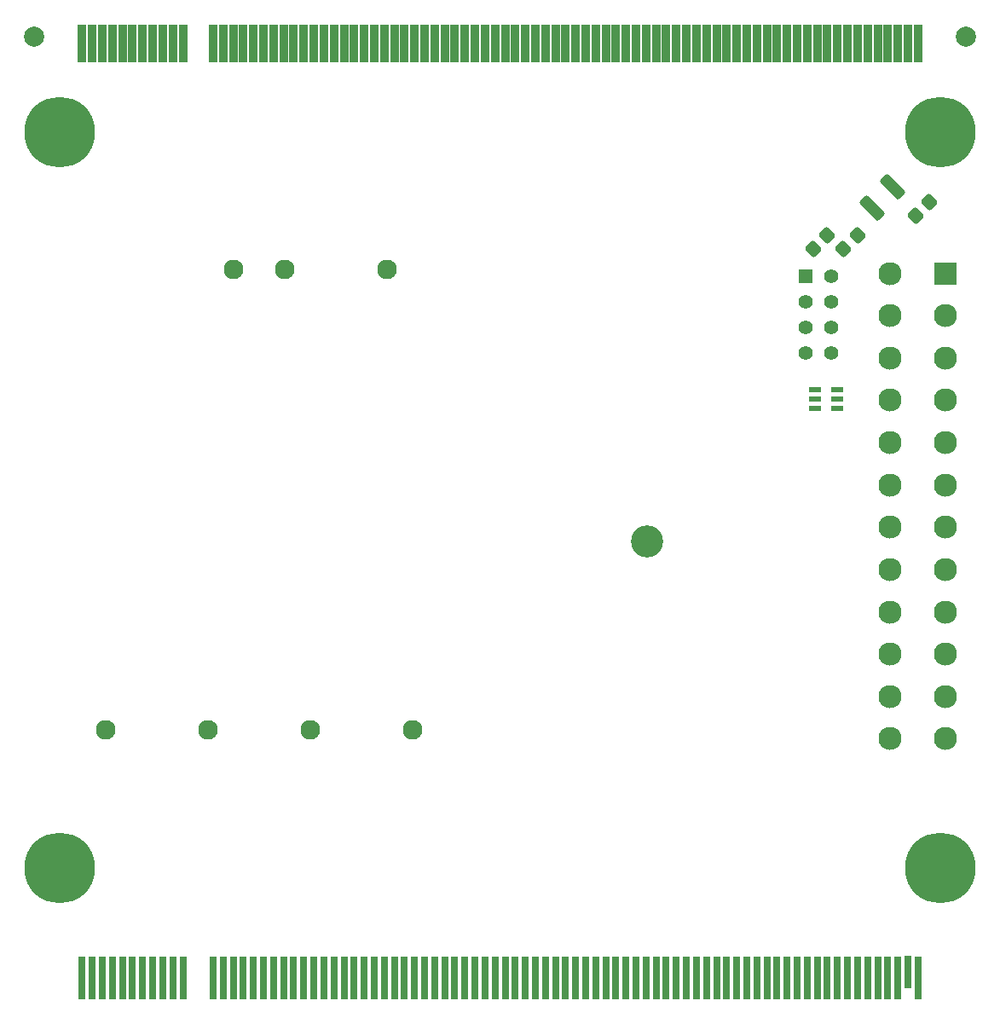
<source format=gbr>
%TF.GenerationSoftware,KiCad,Pcbnew,8.0.5*%
%TF.CreationDate,2024-10-29T15:45:57-04:00*%
%TF.ProjectId,Controller,436f6e74-726f-46c6-9c65-722e6b696361,rev?*%
%TF.SameCoordinates,Original*%
%TF.FileFunction,Soldermask,Top*%
%TF.FilePolarity,Negative*%
%FSLAX46Y46*%
G04 Gerber Fmt 4.6, Leading zero omitted, Abs format (unit mm)*
G04 Created by KiCad (PCBNEW 8.0.5) date 2024-10-29 15:45:57*
%MOMM*%
%LPD*%
G01*
G04 APERTURE LIST*
G04 Aperture macros list*
%AMRoundRect*
0 Rectangle with rounded corners*
0 $1 Rounding radius*
0 $2 $3 $4 $5 $6 $7 $8 $9 X,Y pos of 4 corners*
0 Add a 4 corners polygon primitive as box body*
4,1,4,$2,$3,$4,$5,$6,$7,$8,$9,$2,$3,0*
0 Add four circle primitives for the rounded corners*
1,1,$1+$1,$2,$3*
1,1,$1+$1,$4,$5*
1,1,$1+$1,$6,$7*
1,1,$1+$1,$8,$9*
0 Add four rect primitives between the rounded corners*
20,1,$1+$1,$2,$3,$4,$5,0*
20,1,$1+$1,$4,$5,$6,$7,0*
20,1,$1+$1,$6,$7,$8,$9,0*
20,1,$1+$1,$8,$9,$2,$3,0*%
G04 Aperture macros list end*
%ADD10C,3.200000*%
%ADD11RoundRect,0.250000X-0.070711X0.565685X-0.565685X0.070711X0.070711X-0.565685X0.565685X-0.070711X0*%
%ADD12C,0.400000*%
%ADD13C,7.000000*%
%ADD14C,1.955800*%
%ADD15RoundRect,0.250000X-0.548008X1.007627X-1.007627X0.548008X0.548008X-1.007627X1.007627X-0.548008X0*%
%ADD16R,1.397000X1.397000*%
%ADD17C,1.397000*%
%ADD18RoundRect,0.250000X0.070711X-0.565685X0.565685X-0.070711X-0.070711X0.565685X-0.565685X0.070711X0*%
%ADD19R,2.300000X2.300000*%
%ADD20C,2.300000*%
%ADD21R,1.200000X0.600000*%
%ADD22R,0.700000X4.300000*%
%ADD23R,0.700000X3.200000*%
%ADD24C,2.000000*%
%ADD25RoundRect,0.102000X-0.350000X-1.800000X0.350000X-1.800000X0.350000X1.800000X-0.350000X1.800000X0*%
G04 APERTURE END LIST*
D10*
%TO.C,REF\u002A\u002A*%
X202805000Y-92900000D03*
%TD*%
D11*
%TO.C,R3*%
X223712107Y-62492893D03*
X222297893Y-63907107D03*
%TD*%
D12*
%TO.C,H5*%
X141749713Y-52267213D03*
X142549713Y-50317213D03*
X142549713Y-54217213D03*
X144499713Y-49517213D03*
D13*
X144499713Y-52267213D03*
D12*
X144499713Y-55017213D03*
X146449713Y-50317213D03*
X146449713Y-54217213D03*
X147249713Y-52267213D03*
%TD*%
D14*
%TO.C,U1*%
X177005000Y-65900000D03*
X166845000Y-65900000D03*
X161765000Y-65900000D03*
X149065000Y-111620000D03*
X159225000Y-111620000D03*
X169385000Y-111620000D03*
X179545000Y-111620000D03*
%TD*%
D12*
%TO.C,H6*%
X229199713Y-52267213D03*
X229999713Y-50317213D03*
X229999713Y-54217213D03*
X231949713Y-49517213D03*
D13*
X231949713Y-52267213D03*
D12*
X231949713Y-55017213D03*
X233899713Y-50317213D03*
X233899713Y-54217213D03*
X234699713Y-52267213D03*
%TD*%
%TO.C,H8*%
X229199713Y-125317213D03*
X229999713Y-123367213D03*
X229999713Y-127267213D03*
X231949713Y-122567213D03*
D13*
X231949713Y-125317213D03*
D12*
X231949713Y-128067213D03*
X233899713Y-123367213D03*
X233899713Y-127267213D03*
X234699713Y-125317213D03*
%TD*%
D15*
%TO.C,C6*%
X227222500Y-57725000D03*
X225136534Y-59810966D03*
%TD*%
D11*
%TO.C,R1*%
X220712107Y-62492893D03*
X219297893Y-63907107D03*
%TD*%
D16*
%TO.C,J6*%
X218605000Y-66600000D03*
D17*
X218605000Y-69140000D03*
X218605000Y-71680000D03*
X218605000Y-74220000D03*
X221145000Y-74220000D03*
X221145000Y-71680000D03*
X221145000Y-69140000D03*
X221145000Y-66600000D03*
%TD*%
D18*
%TO.C,R4*%
X229472500Y-60607107D03*
X230886714Y-59192893D03*
%TD*%
D19*
%TO.C,J5*%
X232472500Y-66304002D03*
D20*
X232472500Y-70504001D03*
X232472500Y-74704000D03*
X232472500Y-78904000D03*
X232472500Y-83103999D03*
X232472500Y-87303998D03*
X232472500Y-91503997D03*
X232472500Y-95703997D03*
X232472500Y-99903996D03*
X232472500Y-104103992D03*
X232472500Y-108303992D03*
X232472500Y-112503991D03*
X226972501Y-66304002D03*
X226972501Y-70504001D03*
X226972501Y-74704000D03*
X226972501Y-78904000D03*
X226972501Y-83103999D03*
X226972501Y-87303998D03*
X226972501Y-91503997D03*
X226972501Y-95703997D03*
X226972501Y-99903996D03*
X226972501Y-104103992D03*
X226972501Y-108303992D03*
X226972501Y-112503991D03*
%TD*%
D21*
%TO.C,U2*%
X219505000Y-77850000D03*
X219505000Y-78800000D03*
X219505000Y-79750000D03*
X221705000Y-79750000D03*
X221705000Y-78800000D03*
X221705000Y-77850000D03*
%TD*%
D22*
%TO.C,J1*%
X146724713Y-136267213D03*
X147724713Y-136267213D03*
X148724713Y-136267213D03*
X149724713Y-136267213D03*
X150724713Y-136267213D03*
X151724713Y-136267213D03*
X152724713Y-136267213D03*
X153724713Y-136267213D03*
X154724713Y-136267213D03*
X155724713Y-136267213D03*
X156724713Y-136267213D03*
X159724713Y-136267213D03*
X160724713Y-136267213D03*
X161724713Y-136267213D03*
X162724713Y-136267213D03*
X163724713Y-136267213D03*
X164724713Y-136267213D03*
X165724713Y-136267213D03*
X166724713Y-136267213D03*
X167724713Y-136267213D03*
X168724713Y-136267213D03*
X169724713Y-136267213D03*
X170724713Y-136267213D03*
X171724713Y-136267213D03*
X172724713Y-136267213D03*
X173724713Y-136267213D03*
X174724713Y-136267213D03*
X175724713Y-136267213D03*
X176724713Y-136267213D03*
X177724713Y-136267213D03*
X178724713Y-136267213D03*
X179724713Y-136267213D03*
X180724713Y-136267213D03*
X181724713Y-136267213D03*
X182724713Y-136267213D03*
X183724713Y-136267213D03*
X184724713Y-136267213D03*
X185724713Y-136267213D03*
X186724713Y-136267213D03*
X187724713Y-136267213D03*
X188724713Y-136267213D03*
X189724713Y-136267213D03*
X190724713Y-136267213D03*
X191724713Y-136267213D03*
X192724713Y-136267213D03*
X193724713Y-136267213D03*
X194724713Y-136267213D03*
X195724713Y-136267213D03*
X196724713Y-136267213D03*
X197724713Y-136267213D03*
X198724713Y-136267213D03*
X199724713Y-136267213D03*
X200724713Y-136267213D03*
X201724713Y-136267213D03*
X202724713Y-136267213D03*
X203724713Y-136267213D03*
X204724713Y-136267213D03*
X205724713Y-136267213D03*
X206724713Y-136267213D03*
X207724713Y-136267213D03*
X208724713Y-136267213D03*
X209724713Y-136267213D03*
X210724713Y-136267213D03*
X211724713Y-136267213D03*
X212724713Y-136267213D03*
X213724713Y-136267213D03*
X214724713Y-136267213D03*
X215724713Y-136267213D03*
X216724713Y-136267213D03*
X217724713Y-136267213D03*
X218724713Y-136267213D03*
X219724713Y-136267213D03*
X220724713Y-136267213D03*
X221724713Y-136267213D03*
X222724713Y-136267213D03*
X223724713Y-136267213D03*
X224724713Y-136267213D03*
X225724713Y-136267213D03*
X226724713Y-136267213D03*
X227724713Y-136267213D03*
D23*
X228724713Y-135717213D03*
D22*
X229724713Y-136267213D03*
%TD*%
D12*
%TO.C,H7*%
X142555169Y-127261757D03*
X141741997Y-125317213D03*
X144499713Y-128074929D03*
X142555169Y-123372669D03*
D13*
X144499713Y-125317213D03*
D12*
X146444257Y-127261757D03*
X144499713Y-122559497D03*
X147257429Y-125317213D03*
X146444257Y-123372669D03*
%TD*%
D24*
%TO.C,J2*%
X141925000Y-42760000D03*
X234525000Y-42760000D03*
D25*
X146725000Y-43450000D03*
X147725000Y-43450000D03*
X148725000Y-43450000D03*
X149725000Y-43450000D03*
X150725000Y-43450000D03*
X151725000Y-43450000D03*
X152725000Y-43450000D03*
X153725000Y-43450000D03*
X154725000Y-43450000D03*
X155725000Y-43450000D03*
X156725000Y-43450000D03*
X159725000Y-43450000D03*
X160725000Y-43450000D03*
X161725000Y-43450000D03*
X162725000Y-43450000D03*
X163725000Y-43450000D03*
X164725000Y-43450000D03*
X165725000Y-43450000D03*
X166725000Y-43450000D03*
X167725000Y-43450000D03*
X168725000Y-43450000D03*
X169725000Y-43450000D03*
X170725000Y-43450000D03*
X171725000Y-43450000D03*
X172725000Y-43450000D03*
X173725000Y-43450000D03*
X174725000Y-43450000D03*
X175725000Y-43450000D03*
X176725000Y-43450000D03*
X177725000Y-43450000D03*
X178725000Y-43450000D03*
X179725000Y-43450000D03*
X180725000Y-43450000D03*
X181725000Y-43450000D03*
X182725000Y-43450000D03*
X183725000Y-43450000D03*
X184725000Y-43450000D03*
X185725000Y-43450000D03*
X186725000Y-43450000D03*
X187725000Y-43450000D03*
X188725000Y-43450000D03*
X189725000Y-43450000D03*
X190725000Y-43450000D03*
X191725000Y-43450000D03*
X192725000Y-43450000D03*
X193725000Y-43450000D03*
X194725000Y-43450000D03*
X195725000Y-43450000D03*
X196725000Y-43450000D03*
X197725000Y-43450000D03*
X198725000Y-43450000D03*
X199725000Y-43450000D03*
X200725000Y-43450000D03*
X201725000Y-43450000D03*
X202725000Y-43450000D03*
X203725000Y-43450000D03*
X204725000Y-43450000D03*
X205725000Y-43450000D03*
X206725000Y-43450000D03*
X207725000Y-43450000D03*
X208725000Y-43450000D03*
X209725000Y-43450000D03*
X210725000Y-43450000D03*
X211725000Y-43450000D03*
X212725000Y-43450000D03*
X213725000Y-43450000D03*
X214725000Y-43450000D03*
X215725000Y-43450000D03*
X216725000Y-43450000D03*
X217725000Y-43450000D03*
X218725000Y-43450000D03*
X219725000Y-43450000D03*
X220725000Y-43450000D03*
X221725000Y-43450000D03*
X222725000Y-43450000D03*
X223725000Y-43450000D03*
X224725000Y-43450000D03*
X225725000Y-43450000D03*
X226725000Y-43450000D03*
X227725000Y-43450000D03*
X228725000Y-43450000D03*
X229725000Y-43450000D03*
%TD*%
M02*

</source>
